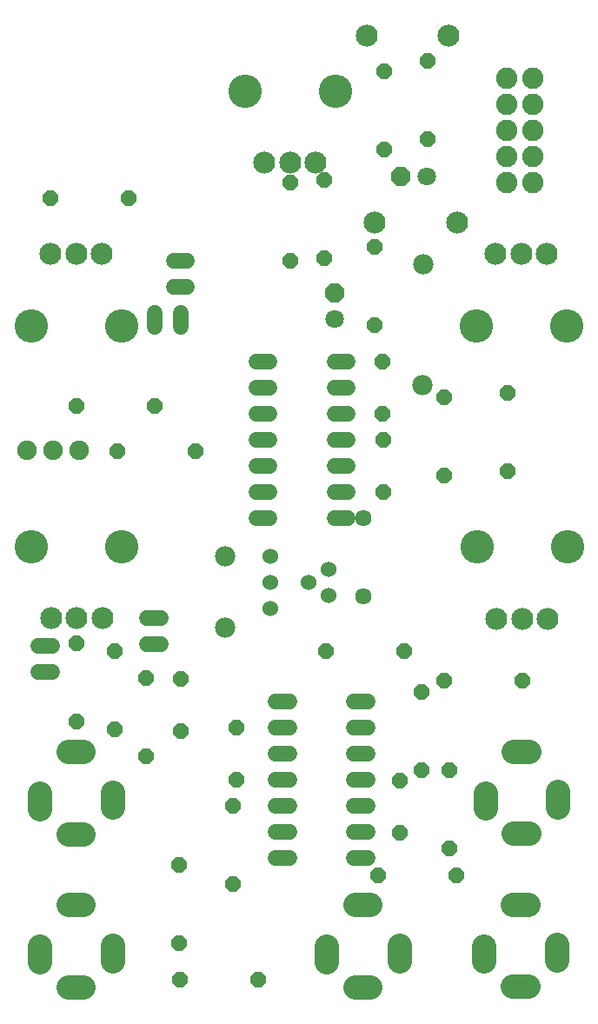
<source format=gbr>
G04 EAGLE Gerber RS-274X export*
G75*
%MOMM*%
%FSLAX34Y34*%
%LPD*%
%INSoldermask Bottom*%
%IPPOS*%
%AMOC8*
5,1,8,0,0,1.08239X$1,22.5*%
G01*
G04 Define Apertures*
%ADD10P,1.64956X8X292.5*%
%ADD11C,1.611200*%
%ADD12C,1.524000*%
%ADD13C,2.082800*%
%ADD14C,1.524000*%
%ADD15P,1.64956X8X112.5*%
%ADD16P,1.64956X8X22.5*%
%ADD17P,1.64956X8X202.5*%
%ADD18C,1.903200*%
%ADD19C,3.251200*%
%ADD20C,2.133600*%
%ADD21P,1.95198X8X112.5*%
%ADD22C,1.803400*%
%ADD23P,1.95198X8X202.5*%
%ADD24C,2.403200*%
%ADD25C,1.981200*%
D10*
X400812Y574802D03*
X400812Y524002D03*
X257556Y294712D03*
X257556Y243912D03*
D11*
X381000Y498602D03*
X381000Y422402D03*
D12*
X385566Y167132D02*
X372358Y167132D01*
X372358Y192532D02*
X385566Y192532D01*
X385566Y319532D02*
X372358Y319532D01*
X309366Y319532D02*
X296158Y319532D01*
X372358Y217932D02*
X385566Y217932D01*
X385566Y243332D02*
X372358Y243332D01*
X372358Y294132D02*
X385566Y294132D01*
X385566Y268732D02*
X372358Y268732D01*
X309366Y294132D02*
X296158Y294132D01*
X296158Y268732D02*
X309366Y268732D01*
X309366Y243332D02*
X296158Y243332D01*
X296158Y217932D02*
X309366Y217932D01*
X309366Y192532D02*
X296158Y192532D01*
X296158Y167132D02*
X309366Y167132D01*
X290062Y650748D02*
X276854Y650748D01*
X276854Y625348D02*
X290062Y625348D01*
X290062Y498348D02*
X276854Y498348D01*
X353054Y498348D02*
X366262Y498348D01*
X290062Y599948D02*
X276854Y599948D01*
X276854Y574548D02*
X290062Y574548D01*
X290062Y523748D02*
X276854Y523748D01*
X276854Y549148D02*
X290062Y549148D01*
X353054Y523748D02*
X366262Y523748D01*
X366262Y549148D02*
X353054Y549148D01*
X353054Y574548D02*
X366262Y574548D01*
X366262Y599948D02*
X353054Y599948D01*
X353054Y625348D02*
X366262Y625348D01*
X366262Y650748D02*
X353054Y650748D01*
D13*
X546100Y927100D03*
X520700Y927100D03*
X546100Y901700D03*
X520700Y901700D03*
X546100Y876300D03*
X520700Y876300D03*
X546100Y850900D03*
X520700Y850900D03*
X546100Y825500D03*
X520700Y825500D03*
D14*
X291084Y410210D03*
X291084Y435610D03*
X291084Y461010D03*
X347218Y448818D03*
X328168Y436118D03*
X347218Y423418D03*
D10*
X402082Y933450D03*
X402082Y857250D03*
D15*
X254000Y141732D03*
X254000Y217932D03*
D10*
X169672Y342646D03*
X169672Y266446D03*
X201748Y161033D03*
X201748Y84833D03*
D16*
X202438Y48514D03*
X278638Y48514D03*
D15*
X521970Y544576D03*
X521970Y620776D03*
X465072Y176278D03*
X465072Y252478D03*
D16*
X460248Y339790D03*
X536448Y339790D03*
D10*
X459740Y616458D03*
X459740Y540258D03*
X438404Y329184D03*
X438404Y252984D03*
D16*
X395478Y150876D03*
X471678Y150876D03*
D15*
X342900Y751332D03*
X342900Y827532D03*
D17*
X152400Y810260D03*
X76200Y810260D03*
D10*
X310134Y824992D03*
X310134Y748792D03*
D16*
X101600Y607314D03*
X177800Y607314D03*
D15*
X138938Y292608D03*
X138938Y368808D03*
X101600Y299974D03*
X101600Y376174D03*
D16*
X141738Y563626D03*
X217938Y563626D03*
D18*
X104394Y564134D03*
X78994Y564134D03*
X53594Y564134D03*
D16*
X345186Y368808D03*
X421386Y368808D03*
D19*
X266134Y914400D03*
D20*
X335134Y844400D03*
X310134Y844400D03*
X285134Y844400D03*
D19*
X354134Y914400D03*
X145600Y685800D03*
D20*
X76600Y755800D03*
X101600Y755800D03*
X126600Y755800D03*
D19*
X57600Y685800D03*
X58108Y470662D03*
D20*
X127108Y400662D03*
X102108Y400662D03*
X77108Y400662D03*
D19*
X146108Y470662D03*
X579178Y685800D03*
D20*
X510178Y755800D03*
X535178Y755800D03*
X560178Y755800D03*
D19*
X491178Y685800D03*
X491940Y470408D03*
D20*
X560940Y400408D03*
X535940Y400408D03*
X510940Y400408D03*
D19*
X579940Y470408D03*
D12*
X209804Y748792D02*
X196596Y748792D01*
X196596Y723392D02*
X209804Y723392D01*
X178054Y698246D02*
X178054Y685038D01*
X203454Y685038D02*
X203454Y698246D01*
X183896Y375412D02*
X170688Y375412D01*
X170688Y400812D02*
X183896Y400812D01*
X78232Y348996D02*
X65024Y348996D01*
X65024Y374396D02*
X78232Y374396D01*
D21*
X353060Y717804D03*
D22*
X353060Y692404D03*
D23*
X418084Y830834D03*
D22*
X443484Y830834D03*
D10*
X417068Y242570D03*
X417068Y191770D03*
X203200Y341630D03*
X203200Y290830D03*
X400304Y650748D03*
X400304Y599948D03*
D20*
X464688Y968502D03*
X384688Y968502D03*
X392726Y786040D03*
X472726Y786040D03*
D24*
X137600Y81940D02*
X137600Y66940D01*
X109100Y41440D02*
X94100Y41440D01*
X66600Y65940D02*
X66600Y80940D01*
X94100Y121440D02*
X109100Y121440D01*
X137600Y216100D02*
X137600Y231100D01*
X109100Y190600D02*
X94100Y190600D01*
X66600Y215100D02*
X66600Y230100D01*
X94100Y270600D02*
X109100Y270600D01*
X571432Y231354D02*
X571432Y216354D01*
X542932Y190854D02*
X527932Y190854D01*
X500432Y215354D02*
X500432Y230354D01*
X527932Y270854D02*
X542932Y270854D01*
X417000Y81940D02*
X417000Y66940D01*
X388500Y41440D02*
X373500Y41440D01*
X346000Y65940D02*
X346000Y80940D01*
X373500Y121440D02*
X388500Y121440D01*
X570416Y82448D02*
X570416Y67448D01*
X541916Y41948D02*
X526916Y41948D01*
X499416Y66448D02*
X499416Y81448D01*
X526916Y121948D02*
X541916Y121948D01*
D10*
X443738Y944118D03*
X443738Y867918D03*
X392684Y762254D03*
X392684Y686054D03*
D25*
X439166Y627888D03*
X439420Y745998D03*
X247142Y461010D03*
X246380Y392176D03*
M02*

</source>
